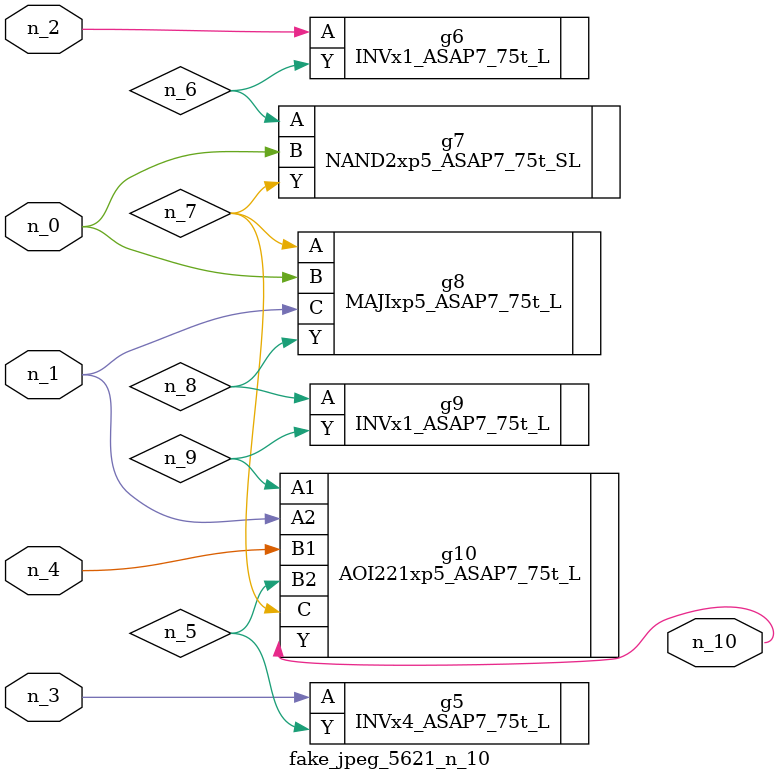
<source format=v>
module fake_jpeg_5621_n_10 (n_3, n_2, n_1, n_0, n_4, n_10);

input n_3;
input n_2;
input n_1;
input n_0;
input n_4;

output n_10;

wire n_8;
wire n_9;
wire n_6;
wire n_5;
wire n_7;

INVx4_ASAP7_75t_L g5 ( 
.A(n_3),
.Y(n_5)
);

INVx1_ASAP7_75t_L g6 ( 
.A(n_2),
.Y(n_6)
);

NAND2xp5_ASAP7_75t_SL g7 ( 
.A(n_6),
.B(n_0),
.Y(n_7)
);

MAJIxp5_ASAP7_75t_L g8 ( 
.A(n_7),
.B(n_0),
.C(n_1),
.Y(n_8)
);

INVx1_ASAP7_75t_L g9 ( 
.A(n_8),
.Y(n_9)
);

AOI221xp5_ASAP7_75t_L g10 ( 
.A1(n_9),
.A2(n_1),
.B1(n_4),
.B2(n_5),
.C(n_7),
.Y(n_10)
);


endmodule
</source>
